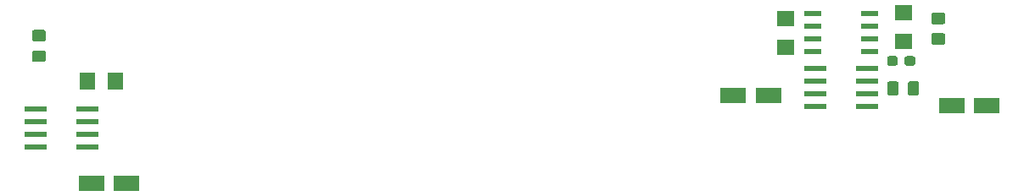
<source format=gtp>
G04 #@! TF.GenerationSoftware,KiCad,Pcbnew,(5.1.5)-3*
G04 #@! TF.CreationDate,2020-06-29T02:19:28-04:00*
G04 #@! TF.ProjectId,PowerBoth,506f7765-7242-46f7-9468-2e6b69636164,rev?*
G04 #@! TF.SameCoordinates,Original*
G04 #@! TF.FileFunction,Paste,Top*
G04 #@! TF.FilePolarity,Positive*
%FSLAX46Y46*%
G04 Gerber Fmt 4.6, Leading zero omitted, Abs format (unit mm)*
G04 Created by KiCad (PCBNEW (5.1.5)-3) date 2020-06-29 02:19:28*
%MOMM*%
%LPD*%
G04 APERTURE LIST*
%ADD10C,0.100000*%
%ADD11R,1.654900X0.582600*%
%ADD12R,2.200000X0.600000*%
%ADD13R,2.570000X1.650000*%
%ADD14R,1.803000X1.600000*%
%ADD15R,1.600000X1.800000*%
G04 APERTURE END LIST*
D10*
G36*
X250874505Y-128801204D02*
G01*
X250898773Y-128804804D01*
X250922572Y-128810765D01*
X250945671Y-128819030D01*
X250967850Y-128829520D01*
X250988893Y-128842132D01*
X251008599Y-128856747D01*
X251026777Y-128873223D01*
X251043253Y-128891401D01*
X251057868Y-128911107D01*
X251070480Y-128932150D01*
X251080970Y-128954329D01*
X251089235Y-128977428D01*
X251095196Y-129001227D01*
X251098796Y-129025495D01*
X251100000Y-129049999D01*
X251100000Y-129950001D01*
X251098796Y-129974505D01*
X251095196Y-129998773D01*
X251089235Y-130022572D01*
X251080970Y-130045671D01*
X251070480Y-130067850D01*
X251057868Y-130088893D01*
X251043253Y-130108599D01*
X251026777Y-130126777D01*
X251008599Y-130143253D01*
X250988893Y-130157868D01*
X250967850Y-130170480D01*
X250945671Y-130180970D01*
X250922572Y-130189235D01*
X250898773Y-130195196D01*
X250874505Y-130198796D01*
X250850001Y-130200000D01*
X250199999Y-130200000D01*
X250175495Y-130198796D01*
X250151227Y-130195196D01*
X250127428Y-130189235D01*
X250104329Y-130180970D01*
X250082150Y-130170480D01*
X250061107Y-130157868D01*
X250041401Y-130143253D01*
X250023223Y-130126777D01*
X250006747Y-130108599D01*
X249992132Y-130088893D01*
X249979520Y-130067850D01*
X249969030Y-130045671D01*
X249960765Y-130022572D01*
X249954804Y-129998773D01*
X249951204Y-129974505D01*
X249950000Y-129950001D01*
X249950000Y-129049999D01*
X249951204Y-129025495D01*
X249954804Y-129001227D01*
X249960765Y-128977428D01*
X249969030Y-128954329D01*
X249979520Y-128932150D01*
X249992132Y-128911107D01*
X250006747Y-128891401D01*
X250023223Y-128873223D01*
X250041401Y-128856747D01*
X250061107Y-128842132D01*
X250082150Y-128829520D01*
X250104329Y-128819030D01*
X250127428Y-128810765D01*
X250151227Y-128804804D01*
X250175495Y-128801204D01*
X250199999Y-128800000D01*
X250850001Y-128800000D01*
X250874505Y-128801204D01*
G37*
G36*
X248824505Y-128801204D02*
G01*
X248848773Y-128804804D01*
X248872572Y-128810765D01*
X248895671Y-128819030D01*
X248917850Y-128829520D01*
X248938893Y-128842132D01*
X248958599Y-128856747D01*
X248976777Y-128873223D01*
X248993253Y-128891401D01*
X249007868Y-128911107D01*
X249020480Y-128932150D01*
X249030970Y-128954329D01*
X249039235Y-128977428D01*
X249045196Y-129001227D01*
X249048796Y-129025495D01*
X249050000Y-129049999D01*
X249050000Y-129950001D01*
X249048796Y-129974505D01*
X249045196Y-129998773D01*
X249039235Y-130022572D01*
X249030970Y-130045671D01*
X249020480Y-130067850D01*
X249007868Y-130088893D01*
X248993253Y-130108599D01*
X248976777Y-130126777D01*
X248958599Y-130143253D01*
X248938893Y-130157868D01*
X248917850Y-130170480D01*
X248895671Y-130180970D01*
X248872572Y-130189235D01*
X248848773Y-130195196D01*
X248824505Y-130198796D01*
X248800001Y-130200000D01*
X248149999Y-130200000D01*
X248125495Y-130198796D01*
X248101227Y-130195196D01*
X248077428Y-130189235D01*
X248054329Y-130180970D01*
X248032150Y-130170480D01*
X248011107Y-130157868D01*
X247991401Y-130143253D01*
X247973223Y-130126777D01*
X247956747Y-130108599D01*
X247942132Y-130088893D01*
X247929520Y-130067850D01*
X247919030Y-130045671D01*
X247910765Y-130022572D01*
X247904804Y-129998773D01*
X247901204Y-129974505D01*
X247900000Y-129950001D01*
X247900000Y-129049999D01*
X247901204Y-129025495D01*
X247904804Y-129001227D01*
X247910765Y-128977428D01*
X247919030Y-128954329D01*
X247929520Y-128932150D01*
X247942132Y-128911107D01*
X247956747Y-128891401D01*
X247973223Y-128873223D01*
X247991401Y-128856747D01*
X248011107Y-128842132D01*
X248032150Y-128829520D01*
X248054329Y-128819030D01*
X248077428Y-128810765D01*
X248101227Y-128804804D01*
X248125495Y-128801204D01*
X248149999Y-128800000D01*
X248800001Y-128800000D01*
X248824505Y-128801204D01*
G37*
D11*
X240478775Y-125856399D03*
X240478775Y-124586399D03*
X240478775Y-123316399D03*
X240478775Y-122046399D03*
X246121475Y-122046399D03*
X246121475Y-123316399D03*
X246121475Y-124586399D03*
X246121475Y-125856399D03*
D12*
X240700125Y-127546399D03*
X240700125Y-128816399D03*
X240700125Y-131356399D03*
X245900125Y-127546399D03*
X245900125Y-128816399D03*
X245900125Y-131356399D03*
X240700125Y-130086399D03*
X245900125Y-130086399D03*
D13*
X254340000Y-131250000D03*
X257860000Y-131250000D03*
X232540125Y-130201399D03*
X236060125Y-130201399D03*
D14*
X237800125Y-122529399D03*
X237800125Y-125373399D03*
X249500000Y-121929399D03*
X249500000Y-124773399D03*
D10*
G36*
X253474505Y-123976204D02*
G01*
X253498773Y-123979804D01*
X253522572Y-123985765D01*
X253545671Y-123994030D01*
X253567850Y-124004520D01*
X253588893Y-124017132D01*
X253608599Y-124031747D01*
X253626777Y-124048223D01*
X253643253Y-124066401D01*
X253657868Y-124086107D01*
X253670480Y-124107150D01*
X253680970Y-124129329D01*
X253689235Y-124152428D01*
X253695196Y-124176227D01*
X253698796Y-124200495D01*
X253700000Y-124224999D01*
X253700000Y-124875001D01*
X253698796Y-124899505D01*
X253695196Y-124923773D01*
X253689235Y-124947572D01*
X253680970Y-124970671D01*
X253670480Y-124992850D01*
X253657868Y-125013893D01*
X253643253Y-125033599D01*
X253626777Y-125051777D01*
X253608599Y-125068253D01*
X253588893Y-125082868D01*
X253567850Y-125095480D01*
X253545671Y-125105970D01*
X253522572Y-125114235D01*
X253498773Y-125120196D01*
X253474505Y-125123796D01*
X253450001Y-125125000D01*
X252549999Y-125125000D01*
X252525495Y-125123796D01*
X252501227Y-125120196D01*
X252477428Y-125114235D01*
X252454329Y-125105970D01*
X252432150Y-125095480D01*
X252411107Y-125082868D01*
X252391401Y-125068253D01*
X252373223Y-125051777D01*
X252356747Y-125033599D01*
X252342132Y-125013893D01*
X252329520Y-124992850D01*
X252319030Y-124970671D01*
X252310765Y-124947572D01*
X252304804Y-124923773D01*
X252301204Y-124899505D01*
X252300000Y-124875001D01*
X252300000Y-124224999D01*
X252301204Y-124200495D01*
X252304804Y-124176227D01*
X252310765Y-124152428D01*
X252319030Y-124129329D01*
X252329520Y-124107150D01*
X252342132Y-124086107D01*
X252356747Y-124066401D01*
X252373223Y-124048223D01*
X252391401Y-124031747D01*
X252411107Y-124017132D01*
X252432150Y-124004520D01*
X252454329Y-123994030D01*
X252477428Y-123985765D01*
X252501227Y-123979804D01*
X252525495Y-123976204D01*
X252549999Y-123975000D01*
X253450001Y-123975000D01*
X253474505Y-123976204D01*
G37*
G36*
X253474505Y-121926204D02*
G01*
X253498773Y-121929804D01*
X253522572Y-121935765D01*
X253545671Y-121944030D01*
X253567850Y-121954520D01*
X253588893Y-121967132D01*
X253608599Y-121981747D01*
X253626777Y-121998223D01*
X253643253Y-122016401D01*
X253657868Y-122036107D01*
X253670480Y-122057150D01*
X253680970Y-122079329D01*
X253689235Y-122102428D01*
X253695196Y-122126227D01*
X253698796Y-122150495D01*
X253700000Y-122174999D01*
X253700000Y-122825001D01*
X253698796Y-122849505D01*
X253695196Y-122873773D01*
X253689235Y-122897572D01*
X253680970Y-122920671D01*
X253670480Y-122942850D01*
X253657868Y-122963893D01*
X253643253Y-122983599D01*
X253626777Y-123001777D01*
X253608599Y-123018253D01*
X253588893Y-123032868D01*
X253567850Y-123045480D01*
X253545671Y-123055970D01*
X253522572Y-123064235D01*
X253498773Y-123070196D01*
X253474505Y-123073796D01*
X253450001Y-123075000D01*
X252549999Y-123075000D01*
X252525495Y-123073796D01*
X252501227Y-123070196D01*
X252477428Y-123064235D01*
X252454329Y-123055970D01*
X252432150Y-123045480D01*
X252411107Y-123032868D01*
X252391401Y-123018253D01*
X252373223Y-123001777D01*
X252356747Y-122983599D01*
X252342132Y-122963893D01*
X252329520Y-122942850D01*
X252319030Y-122920671D01*
X252310765Y-122897572D01*
X252304804Y-122873773D01*
X252301204Y-122849505D01*
X252300000Y-122825001D01*
X252300000Y-122174999D01*
X252301204Y-122150495D01*
X252304804Y-122126227D01*
X252310765Y-122102428D01*
X252319030Y-122079329D01*
X252329520Y-122057150D01*
X252342132Y-122036107D01*
X252356747Y-122016401D01*
X252373223Y-121998223D01*
X252391401Y-121981747D01*
X252411107Y-121967132D01*
X252432150Y-121954520D01*
X252454329Y-121944030D01*
X252477428Y-121935765D01*
X252501227Y-121929804D01*
X252525495Y-121926204D01*
X252549999Y-121925000D01*
X253450001Y-121925000D01*
X253474505Y-121926204D01*
G37*
G36*
X248735904Y-126276144D02*
G01*
X248758959Y-126279563D01*
X248781568Y-126285227D01*
X248803512Y-126293079D01*
X248824582Y-126303044D01*
X248844573Y-126315026D01*
X248863293Y-126328910D01*
X248880563Y-126344562D01*
X248896215Y-126361832D01*
X248910099Y-126380552D01*
X248922081Y-126400543D01*
X248932046Y-126421613D01*
X248939898Y-126443557D01*
X248945562Y-126466166D01*
X248948981Y-126489221D01*
X248950125Y-126512500D01*
X248950125Y-126987500D01*
X248948981Y-127010779D01*
X248945562Y-127033834D01*
X248939898Y-127056443D01*
X248932046Y-127078387D01*
X248922081Y-127099457D01*
X248910099Y-127119448D01*
X248896215Y-127138168D01*
X248880563Y-127155438D01*
X248863293Y-127171090D01*
X248844573Y-127184974D01*
X248824582Y-127196956D01*
X248803512Y-127206921D01*
X248781568Y-127214773D01*
X248758959Y-127220437D01*
X248735904Y-127223856D01*
X248712625Y-127225000D01*
X248137625Y-127225000D01*
X248114346Y-127223856D01*
X248091291Y-127220437D01*
X248068682Y-127214773D01*
X248046738Y-127206921D01*
X248025668Y-127196956D01*
X248005677Y-127184974D01*
X247986957Y-127171090D01*
X247969687Y-127155438D01*
X247954035Y-127138168D01*
X247940151Y-127119448D01*
X247928169Y-127099457D01*
X247918204Y-127078387D01*
X247910352Y-127056443D01*
X247904688Y-127033834D01*
X247901269Y-127010779D01*
X247900125Y-126987500D01*
X247900125Y-126512500D01*
X247901269Y-126489221D01*
X247904688Y-126466166D01*
X247910352Y-126443557D01*
X247918204Y-126421613D01*
X247928169Y-126400543D01*
X247940151Y-126380552D01*
X247954035Y-126361832D01*
X247969687Y-126344562D01*
X247986957Y-126328910D01*
X248005677Y-126315026D01*
X248025668Y-126303044D01*
X248046738Y-126293079D01*
X248068682Y-126285227D01*
X248091291Y-126279563D01*
X248114346Y-126276144D01*
X248137625Y-126275000D01*
X248712625Y-126275000D01*
X248735904Y-126276144D01*
G37*
G36*
X250485904Y-126276144D02*
G01*
X250508959Y-126279563D01*
X250531568Y-126285227D01*
X250553512Y-126293079D01*
X250574582Y-126303044D01*
X250594573Y-126315026D01*
X250613293Y-126328910D01*
X250630563Y-126344562D01*
X250646215Y-126361832D01*
X250660099Y-126380552D01*
X250672081Y-126400543D01*
X250682046Y-126421613D01*
X250689898Y-126443557D01*
X250695562Y-126466166D01*
X250698981Y-126489221D01*
X250700125Y-126512500D01*
X250700125Y-126987500D01*
X250698981Y-127010779D01*
X250695562Y-127033834D01*
X250689898Y-127056443D01*
X250682046Y-127078387D01*
X250672081Y-127099457D01*
X250660099Y-127119448D01*
X250646215Y-127138168D01*
X250630563Y-127155438D01*
X250613293Y-127171090D01*
X250594573Y-127184974D01*
X250574582Y-127196956D01*
X250553512Y-127206921D01*
X250531568Y-127214773D01*
X250508959Y-127220437D01*
X250485904Y-127223856D01*
X250462625Y-127225000D01*
X249887625Y-127225000D01*
X249864346Y-127223856D01*
X249841291Y-127220437D01*
X249818682Y-127214773D01*
X249796738Y-127206921D01*
X249775668Y-127196956D01*
X249755677Y-127184974D01*
X249736957Y-127171090D01*
X249719687Y-127155438D01*
X249704035Y-127138168D01*
X249690151Y-127119448D01*
X249678169Y-127099457D01*
X249668204Y-127078387D01*
X249660352Y-127056443D01*
X249654688Y-127033834D01*
X249651269Y-127010779D01*
X249650125Y-126987500D01*
X249650125Y-126512500D01*
X249651269Y-126489221D01*
X249654688Y-126466166D01*
X249660352Y-126443557D01*
X249668204Y-126421613D01*
X249678169Y-126400543D01*
X249690151Y-126380552D01*
X249704035Y-126361832D01*
X249719687Y-126344562D01*
X249736957Y-126328910D01*
X249755677Y-126315026D01*
X249775668Y-126303044D01*
X249796738Y-126293079D01*
X249818682Y-126285227D01*
X249841291Y-126279563D01*
X249864346Y-126276144D01*
X249887625Y-126275000D01*
X250462625Y-126275000D01*
X250485904Y-126276144D01*
G37*
G36*
X163724505Y-125701204D02*
G01*
X163748773Y-125704804D01*
X163772572Y-125710765D01*
X163795671Y-125719030D01*
X163817850Y-125729520D01*
X163838893Y-125742132D01*
X163858599Y-125756747D01*
X163876777Y-125773223D01*
X163893253Y-125791401D01*
X163907868Y-125811107D01*
X163920480Y-125832150D01*
X163930970Y-125854329D01*
X163939235Y-125877428D01*
X163945196Y-125901227D01*
X163948796Y-125925495D01*
X163950000Y-125949999D01*
X163950000Y-126600001D01*
X163948796Y-126624505D01*
X163945196Y-126648773D01*
X163939235Y-126672572D01*
X163930970Y-126695671D01*
X163920480Y-126717850D01*
X163907868Y-126738893D01*
X163893253Y-126758599D01*
X163876777Y-126776777D01*
X163858599Y-126793253D01*
X163838893Y-126807868D01*
X163817850Y-126820480D01*
X163795671Y-126830970D01*
X163772572Y-126839235D01*
X163748773Y-126845196D01*
X163724505Y-126848796D01*
X163700001Y-126850000D01*
X162799999Y-126850000D01*
X162775495Y-126848796D01*
X162751227Y-126845196D01*
X162727428Y-126839235D01*
X162704329Y-126830970D01*
X162682150Y-126820480D01*
X162661107Y-126807868D01*
X162641401Y-126793253D01*
X162623223Y-126776777D01*
X162606747Y-126758599D01*
X162592132Y-126738893D01*
X162579520Y-126717850D01*
X162569030Y-126695671D01*
X162560765Y-126672572D01*
X162554804Y-126648773D01*
X162551204Y-126624505D01*
X162550000Y-126600001D01*
X162550000Y-125949999D01*
X162551204Y-125925495D01*
X162554804Y-125901227D01*
X162560765Y-125877428D01*
X162569030Y-125854329D01*
X162579520Y-125832150D01*
X162592132Y-125811107D01*
X162606747Y-125791401D01*
X162623223Y-125773223D01*
X162641401Y-125756747D01*
X162661107Y-125742132D01*
X162682150Y-125729520D01*
X162704329Y-125719030D01*
X162727428Y-125710765D01*
X162751227Y-125704804D01*
X162775495Y-125701204D01*
X162799999Y-125700000D01*
X163700001Y-125700000D01*
X163724505Y-125701204D01*
G37*
G36*
X163724505Y-123651204D02*
G01*
X163748773Y-123654804D01*
X163772572Y-123660765D01*
X163795671Y-123669030D01*
X163817850Y-123679520D01*
X163838893Y-123692132D01*
X163858599Y-123706747D01*
X163876777Y-123723223D01*
X163893253Y-123741401D01*
X163907868Y-123761107D01*
X163920480Y-123782150D01*
X163930970Y-123804329D01*
X163939235Y-123827428D01*
X163945196Y-123851227D01*
X163948796Y-123875495D01*
X163950000Y-123899999D01*
X163950000Y-124550001D01*
X163948796Y-124574505D01*
X163945196Y-124598773D01*
X163939235Y-124622572D01*
X163930970Y-124645671D01*
X163920480Y-124667850D01*
X163907868Y-124688893D01*
X163893253Y-124708599D01*
X163876777Y-124726777D01*
X163858599Y-124743253D01*
X163838893Y-124757868D01*
X163817850Y-124770480D01*
X163795671Y-124780970D01*
X163772572Y-124789235D01*
X163748773Y-124795196D01*
X163724505Y-124798796D01*
X163700001Y-124800000D01*
X162799999Y-124800000D01*
X162775495Y-124798796D01*
X162751227Y-124795196D01*
X162727428Y-124789235D01*
X162704329Y-124780970D01*
X162682150Y-124770480D01*
X162661107Y-124757868D01*
X162641401Y-124743253D01*
X162623223Y-124726777D01*
X162606747Y-124708599D01*
X162592132Y-124688893D01*
X162579520Y-124667850D01*
X162569030Y-124645671D01*
X162560765Y-124622572D01*
X162554804Y-124598773D01*
X162551204Y-124574505D01*
X162550000Y-124550001D01*
X162550000Y-123899999D01*
X162551204Y-123875495D01*
X162554804Y-123851227D01*
X162560765Y-123827428D01*
X162569030Y-123804329D01*
X162579520Y-123782150D01*
X162592132Y-123761107D01*
X162606747Y-123741401D01*
X162623223Y-123723223D01*
X162641401Y-123706747D01*
X162661107Y-123692132D01*
X162682150Y-123679520D01*
X162704329Y-123669030D01*
X162727428Y-123660765D01*
X162751227Y-123654804D01*
X162775495Y-123651204D01*
X162799999Y-123650000D01*
X163700001Y-123650000D01*
X163724505Y-123651204D01*
G37*
D13*
X168490000Y-139000000D03*
X172010000Y-139000000D03*
D12*
X168100000Y-134135000D03*
X162900000Y-134135000D03*
X168100000Y-135405000D03*
X168100000Y-132865000D03*
X168100000Y-131595000D03*
X162900000Y-135405000D03*
X162900000Y-132865000D03*
X162900000Y-131595000D03*
D15*
X170900000Y-128750000D03*
X168100000Y-128750000D03*
M02*

</source>
